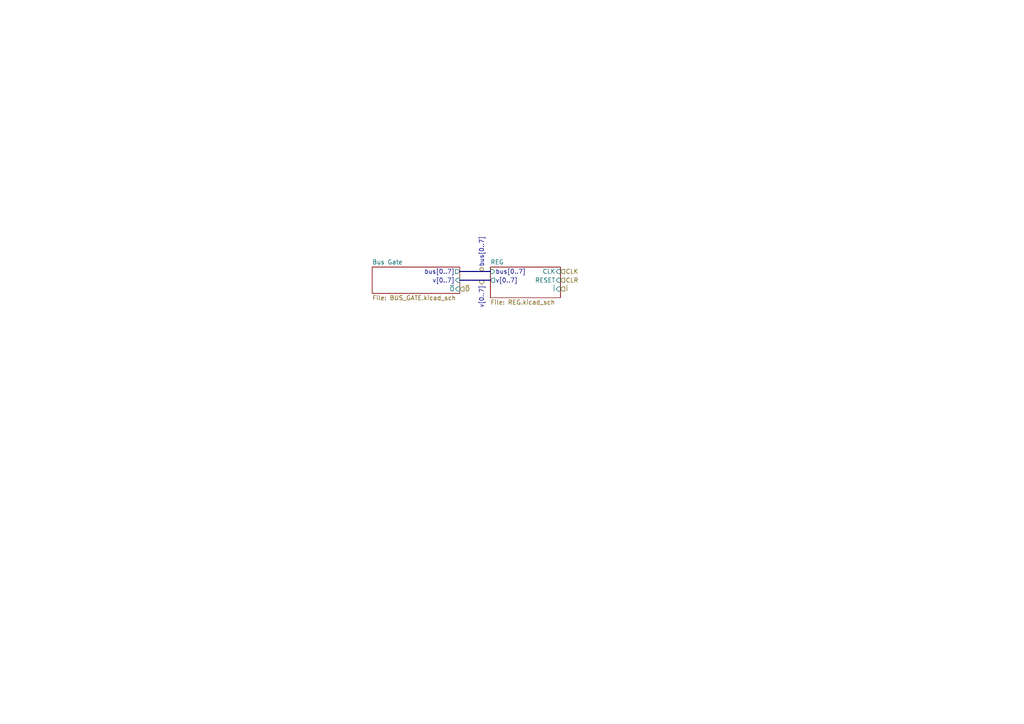
<source format=kicad_sch>
(kicad_sch
	(version 20250114)
	(generator "eeschema")
	(generator_version "9.0")
	(uuid "3c0aa024-4a21-4c9d-a92c-374638a8f52f")
	(paper "A4")
	(lib_symbols)
	(bus
		(pts
			(xy 133.35 81.28) (xy 142.24 81.28)
		)
		(stroke
			(width 0)
			(type default)
		)
		(uuid "e174433b-4a1d-4b6f-9ef8-2adf6bcbe8a0")
	)
	(bus
		(pts
			(xy 133.35 78.74) (xy 142.24 78.74)
		)
		(stroke
			(width 0)
			(type default)
		)
		(uuid "e3473073-e5d0-4f87-938a-48f3b3e3512b")
	)
	(hierarchical_label "bus[0..7]"
		(shape bidirectional)
		(at 139.7 78.74 90)
		(effects
			(font
				(size 1.27 1.27)
			)
			(justify left)
		)
		(uuid "3d4a8ff7-5b51-489c-b68e-b293d5df8c4c")
	)
	(hierarchical_label "CLK"
		(shape input)
		(at 162.56 78.74 0)
		(effects
			(font
				(size 1.27 1.27)
			)
			(justify left)
		)
		(uuid "7b7b392e-a76e-4dd6-9194-33cf3f37e8ef")
	)
	(hierarchical_label "v[0..7]"
		(shape output)
		(at 139.7 81.28 270)
		(effects
			(font
				(size 1.27 1.27)
			)
			(justify right)
		)
		(uuid "ce0b800a-582b-4ce9-a4a9-dae4d2497e83")
	)
	(hierarchical_label "~{I}"
		(shape input)
		(at 162.56 83.82 0)
		(effects
			(font
				(size 1.27 1.27)
			)
			(justify left)
		)
		(uuid "dca7419f-d135-487a-a8dc-60d064cc1f67")
	)
	(hierarchical_label "~{O}"
		(shape input)
		(at 133.35 83.82 0)
		(effects
			(font
				(size 1.27 1.27)
			)
			(justify left)
		)
		(uuid "dd50d179-ff30-4863-a60e-62a21c6dcc50")
	)
	(hierarchical_label "CLR"
		(shape input)
		(at 162.56 81.28 0)
		(effects
			(font
				(size 1.27 1.27)
			)
			(justify left)
		)
		(uuid "f3094def-8d45-4c23-a179-a9810119c159")
	)
	(sheet
		(at 142.24 77.47)
		(size 20.32 8.89)
		(exclude_from_sim no)
		(in_bom yes)
		(on_board yes)
		(dnp no)
		(fields_autoplaced yes)
		(stroke
			(width 0.1524)
			(type solid)
		)
		(fill
			(color 0 0 0 0.0000)
		)
		(uuid "312bd808-b3b4-47bc-ab11-1cf5b579279a")
		(property "Sheetname" "REG"
			(at 142.24 76.7584 0)
			(effects
				(font
					(size 1.27 1.27)
				)
				(justify left bottom)
			)
		)
		(property "Sheetfile" "REG.kicad_sch"
			(at 142.24 86.9446 0)
			(effects
				(font
					(size 1.27 1.27)
				)
				(justify left top)
			)
		)
		(pin "bus[0..7]" input
			(at 142.24 78.74 180)
			(uuid "aba77382-f640-47cd-acc5-376c79a6b02e")
			(effects
				(font
					(size 1.27 1.27)
				)
				(justify left)
			)
		)
		(pin "v[0..7]" output
			(at 142.24 81.28 180)
			(uuid "d40698aa-868b-4138-b76e-70016668bcac")
			(effects
				(font
					(size 1.27 1.27)
				)
				(justify left)
			)
		)
		(pin "~{I}" input
			(at 162.56 83.82 0)
			(uuid "bea434d1-bd83-4104-aa9a-41b1e5253158")
			(effects
				(font
					(size 1.27 1.27)
				)
				(justify right)
			)
		)
		(pin "CLK" input
			(at 162.56 78.74 0)
			(uuid "c95170e6-11fc-41b5-94dd-fe8bdeea52cb")
			(effects
				(font
					(size 1.27 1.27)
				)
				(justify right)
			)
		)
		(pin "RESET" input
			(at 162.56 81.28 0)
			(uuid "b01f37c0-5f26-4532-bcbb-4646fd1d027f")
			(effects
				(font
					(size 1.27 1.27)
				)
				(justify right)
			)
		)
		(instances
			(project "comp1"
				(path "/e9be598a-3531-4036-9661-1b60efe4f57e/2966b6a9-c6d2-47af-bd8d-04acb83100a9"
					(page "9")
				)
				(path "/e9be598a-3531-4036-9661-1b60efe4f57e/9315548b-fd2b-47c5-b1a6-9d741afafba4"
					(page "17")
				)
			)
		)
	)
	(sheet
		(at 107.95 77.47)
		(size 25.4 7.62)
		(exclude_from_sim no)
		(in_bom yes)
		(on_board yes)
		(dnp no)
		(fields_autoplaced yes)
		(stroke
			(width 0.1524)
			(type solid)
		)
		(fill
			(color 0 0 0 0.0000)
		)
		(uuid "cccd19ca-458b-4411-96f0-62c41db1f66a")
		(property "Sheetname" "Bus Gate"
			(at 107.95 76.7584 0)
			(effects
				(font
					(size 1.27 1.27)
				)
				(justify left bottom)
			)
		)
		(property "Sheetfile" "BUS_GATE.kicad_sch"
			(at 107.95 85.6746 0)
			(effects
				(font
					(size 1.27 1.27)
				)
				(justify left top)
			)
		)
		(pin "~{O}" input
			(at 133.35 83.82 0)
			(uuid "ca108d8c-4098-49d6-9640-6c4aac0f8ce5")
			(effects
				(font
					(size 1.27 1.27)
				)
				(justify right)
			)
		)
		(pin "v[0..7]" input
			(at 133.35 81.28 0)
			(uuid "38daa0b2-0d60-457c-a782-80b317a75ec3")
			(effects
				(font
					(size 1.27 1.27)
				)
				(justify right)
			)
		)
		(pin "bus[0..7]" output
			(at 133.35 78.74 0)
			(uuid "a9459ac7-46ec-4f0a-b134-f07d3b3baf4c")
			(effects
				(font
					(size 1.27 1.27)
				)
				(justify right)
			)
		)
		(instances
			(project "comp1"
				(path "/e9be598a-3531-4036-9661-1b60efe4f57e/2966b6a9-c6d2-47af-bd8d-04acb83100a9"
					(page "11")
				)
				(path "/e9be598a-3531-4036-9661-1b60efe4f57e/9315548b-fd2b-47c5-b1a6-9d741afafba4"
					(page "16")
				)
			)
		)
	)
)

</source>
